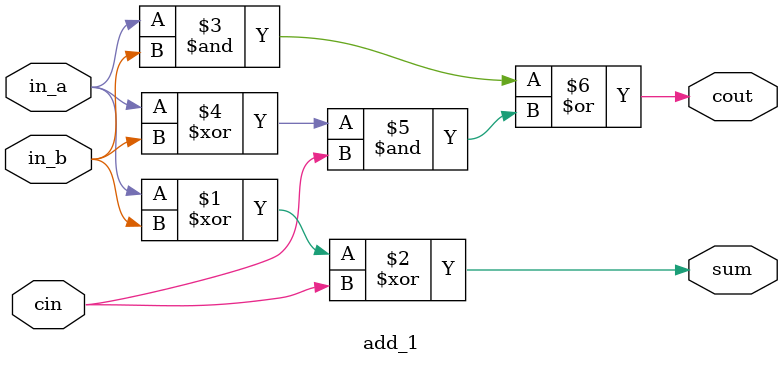
<source format=v>
`timescale 1ns / 1ps


module add_1(
    input in_a,
    input in_b,
    input cin,
    output cout,
    output sum
    );
    assign sum = in_a ^ in_b ^ cin;
    assign cout = (in_a & in_b) | ((in_a ^ in_b) & cin);
endmodule

</source>
